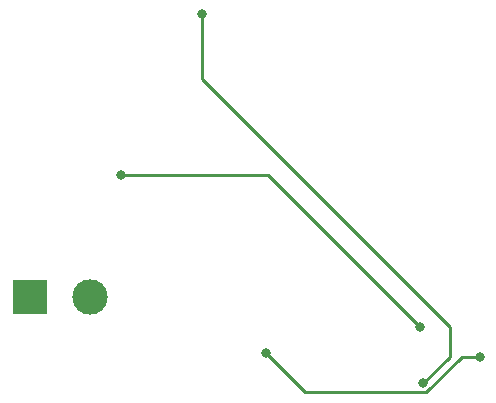
<source format=gbr>
%TF.GenerationSoftware,KiCad,Pcbnew,(6.0.10-0)*%
%TF.CreationDate,2023-02-17T12:04:27-08:00*%
%TF.ProjectId,lab6,6c616236-2e6b-4696-9361-645f70636258,rev?*%
%TF.SameCoordinates,Original*%
%TF.FileFunction,Copper,L2,Bot*%
%TF.FilePolarity,Positive*%
%FSLAX46Y46*%
G04 Gerber Fmt 4.6, Leading zero omitted, Abs format (unit mm)*
G04 Created by KiCad (PCBNEW (6.0.10-0)) date 2023-02-17 12:04:27*
%MOMM*%
%LPD*%
G01*
G04 APERTURE LIST*
%TA.AperFunction,ComponentPad*%
%ADD10R,3.000000X3.000000*%
%TD*%
%TA.AperFunction,ComponentPad*%
%ADD11C,3.000000*%
%TD*%
%TA.AperFunction,ViaPad*%
%ADD12C,0.800000*%
%TD*%
%TA.AperFunction,Conductor*%
%ADD13C,0.250000*%
%TD*%
G04 APERTURE END LIST*
D10*
%TO.P,J1,1,Pin_1*%
%TO.N,+9V*%
X142240000Y-78740000D03*
D11*
%TO.P,J1,2,Pin_2*%
%TO.N,GND*%
X147320000Y-78740000D03*
%TD*%
D12*
%TO.N,/pin_2*%
X149999087Y-68440913D03*
X175260000Y-81280000D03*
%TO.N,GND*%
X156802504Y-54810000D03*
X175545000Y-86075000D03*
%TO.N,+9V*%
X180340000Y-83820000D03*
X162275000Y-83535000D03*
%TD*%
D13*
%TO.N,/pin_2*%
X149999087Y-68440913D02*
X162420913Y-68440913D01*
X162420913Y-68440913D02*
X175260000Y-81280000D01*
%TO.N,GND*%
X156802504Y-54810000D02*
X156802504Y-60282504D01*
X177800000Y-81280000D02*
X177800000Y-83820000D01*
X156802504Y-60282504D02*
X177800000Y-81280000D01*
X177800000Y-83820000D02*
X175545000Y-86075000D01*
%TO.N,+9V*%
X165540000Y-86800000D02*
X162275000Y-83535000D01*
X175845305Y-86800000D02*
X178825305Y-83820000D01*
X165540000Y-86800000D02*
X175845305Y-86800000D01*
X178825305Y-83820000D02*
X180340000Y-83820000D01*
%TD*%
M02*

</source>
